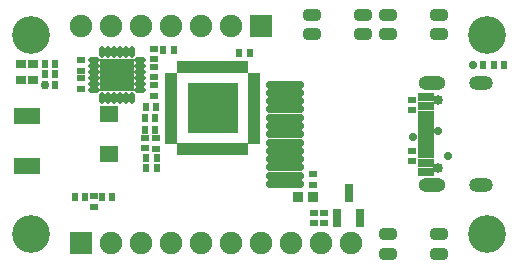
<source format=gts>
G04*
G04 #@! TF.GenerationSoftware,Altium Limited,Altium Designer,21.6.4 (81)*
G04*
G04 Layer_Color=8388736*
%FSLAX44Y44*%
%MOMM*%
G71*
G04*
G04 #@! TF.SameCoordinates,711A6483-5E67-4E50-9913-089A3A40D486*
G04*
G04*
G04 #@! TF.FilePolarity,Negative*
G04*
G01*
G75*
%ADD34R,4.2032X4.2032*%
%ADD35R,1.0032X0.4832*%
%ADD36R,0.4832X1.0032*%
%ADD37R,0.6032X0.7032*%
G04:AMPARAMS|DCode=38|XSize=0.6032mm|YSize=0.7032mm|CornerRadius=0mm|HoleSize=0mm|Usage=FLASHONLY|Rotation=180.000|XOffset=0mm|YOffset=0mm|HoleType=Round|Shape=Octagon|*
%AMOCTAGOND38*
4,1,8,0.1508,-0.3516,-0.1508,-0.3516,-0.3016,-0.2008,-0.3016,0.2008,-0.1508,0.3516,0.1508,0.3516,0.3016,0.2008,0.3016,-0.2008,0.1508,-0.3516,0.0*
%
%ADD38OCTAGOND38*%

%ADD39R,0.8032X1.5032*%
%ADD40R,0.7032X0.6032*%
%ADD41R,2.9032X2.8032*%
%ADD42O,1.0032X0.4532*%
%ADD43O,0.4532X1.0032*%
%ADD44R,0.9652X0.9652*%
%ADD45R,1.6032X1.4032*%
G04:AMPARAMS|DCode=46|XSize=0.6032mm|YSize=3.2032mm|CornerRadius=0.1416mm|HoleSize=0mm|Usage=FLASHONLY|Rotation=90.000|XOffset=0mm|YOffset=0mm|HoleType=Round|Shape=RoundedRectangle|*
%AMROUNDEDRECTD46*
21,1,0.6032,2.9200,0,0,90.0*
21,1,0.3200,3.2032,0,0,90.0*
1,1,0.2832,1.4600,0.1600*
1,1,0.2832,1.4600,-0.1600*
1,1,0.2832,-1.4600,-0.1600*
1,1,0.2832,-1.4600,0.1600*
%
%ADD46ROUNDEDRECTD46*%
%ADD47R,2.2032X1.4032*%
G04:AMPARAMS|DCode=48|XSize=1.4732mm|YSize=0.9652mm|CornerRadius=0.2921mm|HoleSize=0mm|Usage=FLASHONLY|Rotation=0.000|XOffset=0mm|YOffset=0mm|HoleType=Round|Shape=RoundedRectangle|*
%AMROUNDEDRECTD48*
21,1,1.4732,0.3810,0,0,0.0*
21,1,0.8890,0.9652,0,0,0.0*
1,1,0.5842,0.4445,-0.1905*
1,1,0.5842,-0.4445,-0.1905*
1,1,0.5842,-0.4445,0.1905*
1,1,0.5842,0.4445,0.1905*
%
%ADD48ROUNDEDRECTD48*%
%ADD49R,1.3532X0.8032*%
%ADD50R,1.3532X0.5032*%
%ADD51R,0.9032X0.8032*%
%ADD52C,1.9032*%
%ADD53R,1.9032X1.9032*%
%ADD54C,3.2032*%
%ADD55C,0.8532*%
%ADD56O,2.0032X1.2032*%
%ADD57O,2.3032X1.2032*%
%ADD58C,0.8132*%
%ADD59C,0.7032*%
D34*
X153670Y106680D02*
D03*
D35*
X118672Y79180D02*
D03*
X118671Y84182D02*
D03*
X118672Y89180D02*
D03*
X118671Y94182D02*
D03*
X118672Y99180D02*
D03*
X118671Y104182D02*
D03*
X118672Y109180D02*
D03*
X118671Y114182D02*
D03*
X118672Y119180D02*
D03*
X118671Y124182D02*
D03*
X118672Y129180D02*
D03*
X118671Y134182D02*
D03*
X188671Y134182D02*
D03*
X188672Y129181D02*
D03*
X188671Y124182D02*
D03*
X188672Y119181D02*
D03*
X188671Y114182D02*
D03*
X188672Y109181D02*
D03*
X188670Y104182D02*
D03*
X188672Y99181D02*
D03*
X188670Y94182D02*
D03*
X188672Y89181D02*
D03*
X188670Y84182D02*
D03*
X188672Y79181D02*
D03*
D36*
X126170Y141678D02*
D03*
X131172Y141679D02*
D03*
X136170Y141678D02*
D03*
X141172Y141679D02*
D03*
X146170Y141678D02*
D03*
X151172Y141679D02*
D03*
X156170Y141678D02*
D03*
X161172Y141679D02*
D03*
X166170Y141678D02*
D03*
X171172Y141679D02*
D03*
X176170Y141678D02*
D03*
X181172Y141679D02*
D03*
X181172Y71679D02*
D03*
X176171Y71678D02*
D03*
X171172Y71679D02*
D03*
X166171Y71678D02*
D03*
X161172Y71679D02*
D03*
X156171Y71678D02*
D03*
X151172Y71680D02*
D03*
X146171Y71678D02*
D03*
X141172Y71680D02*
D03*
X136171Y71678D02*
D03*
X131172Y71680D02*
D03*
X126171Y71678D02*
D03*
D37*
X382710Y143510D02*
D03*
X400490D02*
D03*
X391990D02*
D03*
X184839Y153669D02*
D03*
X175840Y153670D02*
D03*
X106019Y64386D02*
D03*
X97020Y64387D02*
D03*
X19676Y126586D02*
D03*
Y144366D02*
D03*
X60080Y31750D02*
D03*
X68580D02*
D03*
X45720D02*
D03*
X37220D02*
D03*
X105850Y107950D02*
D03*
X97350D02*
D03*
X111760Y156210D02*
D03*
X120759Y156209D02*
D03*
X106234Y55688D02*
D03*
X97235Y55689D02*
D03*
X104941Y97955D02*
D03*
X95941Y97956D02*
D03*
X104988Y88441D02*
D03*
X95989Y88442D02*
D03*
X11176Y144366D02*
D03*
Y135476D02*
D03*
X19676D02*
D03*
X11176Y126586D02*
D03*
D38*
X374210Y143510D02*
D03*
D39*
X259130Y13970D02*
D03*
X278130D02*
D03*
X268630Y34970D02*
D03*
D40*
X239069Y18220D02*
D03*
Y9720D02*
D03*
X103519Y148065D02*
D03*
Y156565D02*
D03*
Y141325D02*
D03*
Y132825D02*
D03*
X41674Y123166D02*
D03*
X41675Y132165D02*
D03*
X41674Y138406D02*
D03*
X41675Y147405D02*
D03*
X103518Y117336D02*
D03*
X103519Y126335D02*
D03*
X322580Y70290D02*
D03*
Y61790D02*
D03*
X52900Y32250D02*
D03*
X52899Y23251D02*
D03*
X238762Y41681D02*
D03*
X238762Y50680D02*
D03*
X96573Y80989D02*
D03*
Y72489D02*
D03*
X105688Y72107D02*
D03*
X105689Y81107D02*
D03*
X247650Y9720D02*
D03*
Y18220D02*
D03*
X322580Y105390D02*
D03*
Y113890D02*
D03*
D41*
X72390Y134620D02*
D03*
D42*
X91890Y147120D02*
D03*
Y142120D02*
D03*
Y137120D02*
D03*
Y132120D02*
D03*
Y127120D02*
D03*
Y122120D02*
D03*
X52890D02*
D03*
Y127120D02*
D03*
Y132120D02*
D03*
Y137120D02*
D03*
Y142120D02*
D03*
Y147120D02*
D03*
D43*
X84890Y115120D02*
D03*
X79890D02*
D03*
X74890D02*
D03*
X69890D02*
D03*
X64890D02*
D03*
X59890D02*
D03*
Y154120D02*
D03*
X64890D02*
D03*
X69890D02*
D03*
X74890D02*
D03*
X79890D02*
D03*
X84890D02*
D03*
D44*
X225909Y31749D02*
D03*
X238909D02*
D03*
D45*
X66040Y102090D02*
D03*
Y68090D02*
D03*
D46*
X214630Y119500D02*
D03*
Y112500D02*
D03*
Y105500D02*
D03*
Y98500D02*
D03*
Y91500D02*
D03*
Y84500D02*
D03*
Y77500D02*
D03*
Y70500D02*
D03*
Y63500D02*
D03*
Y56500D02*
D03*
Y49500D02*
D03*
Y126500D02*
D03*
Y42500D02*
D03*
D47*
X-3240Y57270D02*
D03*
Y100270D02*
D03*
D48*
X345440Y-254D02*
D03*
X302260D02*
D03*
X345440Y-16510D02*
D03*
X302260D02*
D03*
X280670Y185420D02*
D03*
X237490D02*
D03*
X280670Y169164D02*
D03*
X237490D02*
D03*
X345440Y185420D02*
D03*
X302260D02*
D03*
X345440Y169164D02*
D03*
X302260D02*
D03*
D49*
X333752Y52455D02*
D03*
Y60455D02*
D03*
Y116455D02*
D03*
Y108455D02*
D03*
D50*
Y101955D02*
D03*
Y96955D02*
D03*
Y91955D02*
D03*
Y86955D02*
D03*
Y81955D02*
D03*
Y76955D02*
D03*
Y71955D02*
D03*
Y66955D02*
D03*
D51*
X1190Y130160D02*
D03*
X-8810D02*
D03*
X1190Y144160D02*
D03*
X-8810D02*
D03*
D52*
X41910Y176530D02*
D03*
X168910D02*
D03*
X143510D02*
D03*
X118110D02*
D03*
X92710D02*
D03*
X67310D02*
D03*
X270510Y-7620D02*
D03*
X245110D02*
D03*
X219710D02*
D03*
X194310D02*
D03*
X67310D02*
D03*
X92710D02*
D03*
X118110D02*
D03*
X143510D02*
D03*
X168910D02*
D03*
D53*
X194310Y176530D02*
D03*
X41910Y-7620D02*
D03*
D54*
X386080Y168910D02*
D03*
X0D02*
D03*
X386080Y0D02*
D03*
X0D02*
D03*
D55*
X344501Y113355D02*
D03*
Y55555D02*
D03*
D56*
X381000Y127655D02*
D03*
X381001Y41254D02*
D03*
D57*
X339501Y127656D02*
D03*
X339502Y41255D02*
D03*
D58*
X153671Y106681D02*
D03*
X143671D02*
D03*
X163671Y96678D02*
D03*
X143671D02*
D03*
X163671Y106681D02*
D03*
X163673Y116681D02*
D03*
X143674D02*
D03*
X153671D02*
D03*
Y96678D02*
D03*
D59*
X11176Y126586D02*
D03*
X352838Y65983D02*
D03*
X322962Y81955D02*
D03*
X344542Y86955D02*
D03*
X-8810Y130160D02*
D03*
M02*

</source>
